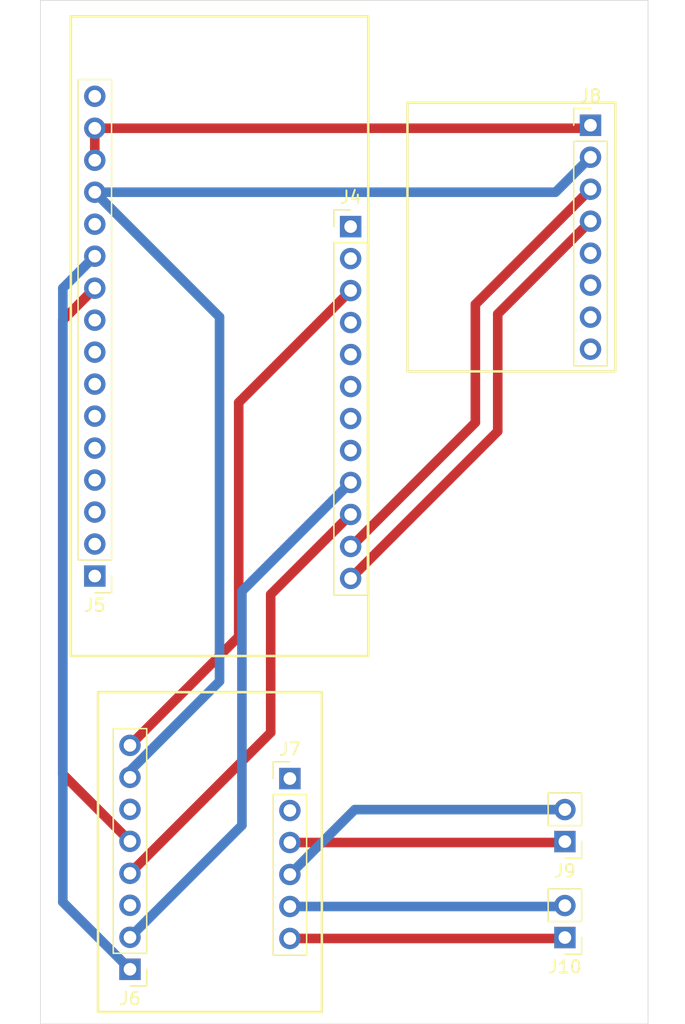
<source format=kicad_pcb>
(kicad_pcb (version 20240108) (generator "pcbnew") (generator_version "8.0")
  (layers (0 "F.Cu" signal) (31 "B.Cu" signal) (34 "B.Paste" user) (35 "F.Paste" user) (36 "B.SilkS" user "B.Silkscreen") (37 "F.SilkS" user "F.Silkscreen") (38 "B.Mask" user) (39 "F.Mask" user) (44 "Edge.Cuts" user))
  (net 0 "")
  (net 1 "+5V")
  (net 2 "SCL")
  (net 3 "GND")
  (net 4 "+3.3V")
  (net 5 "SDA")
  (net 6 "AIN2")
  (net 7 "BIN2")
  (net 8 "AIN1")
  (net 9 "BIN1")
  (net 21 "BOUT2")
  (net 22 "BOUT1")
  (net 23 "AOUT2")
  (net 24 "AOUT1")
  (footprint "Connector_PinHeader_2.54mm:PinHeader_1x16_P2.54mm_Vertical" (layer "F.Cu") (at 31.496 77.47 180)
    (property "Reference" "J5" (at 0 -2.33 0) (layer "F.SilkS"))
    (property "Value" "Conn_01x16_Socket")
    (fp_line (start 1.33 1.27) (end 1.33 39.43) (stroke (width 0.12)) (layer "F.SilkS"))
    (fp_line (start -1.33 39.43) (end 1.33 39.43) (stroke (width 0.12)) (layer "F.SilkS"))
    (fp_line (start -1.33 1.27) (end 1.33 1.27) (stroke (width 0.12)) (layer "F.SilkS"))
    (fp_line (start -1.33 1.27) (end -1.33 39.43) (stroke (width 0.12)) (layer "F.SilkS"))
    (fp_line (start -1.33 0) (end -1.33 -1.33) (stroke (width 0.12)) (layer "F.SilkS"))
    (fp_line (start -1.33 -1.33) (end 0 -1.33) (stroke (width 0.12)) (layer "F.SilkS"))
    (pad "1" thru_hole rect (at 0 0 180) (size 1.7 1.7) (drill 1) (layers "*.Cu" "*.Mask"))
    (pad "2" thru_hole oval (at 0 2.54 180) (size 1.7 1.7) (drill 1) (layers "*.Cu" "*.Mask"))
    (pad "3" thru_hole oval (at 0 5.08 180) (size 1.7 1.7) (drill 1) (layers "*.Cu" "*.Mask"))
    (pad "4" thru_hole oval (at 0 7.62 180) (size 1.7 1.7) (drill 1) (layers "*.Cu" "*.Mask"))
    (pad "5" thru_hole oval (at 0 10.16 180) (size 1.7 1.7) (drill 1) (layers "*.Cu" "*.Mask"))
    (pad "6" thru_hole oval (at 0 12.7 180) (size 1.7 1.7) (drill 1) (layers "*.Cu" "*.Mask"))
    (pad "7" thru_hole oval (at 0 15.24 180) (size 1.7 1.7) (drill 1) (layers "*.Cu" "*.Mask"))
    (pad "8" thru_hole oval (at 0 17.78 180) (size 1.7 1.7) (drill 1) (layers "*.Cu" "*.Mask"))
    (pad "9" thru_hole oval (at 0 20.32 180) (size 1.7 1.7) (drill 1) (layers "*.Cu" "*.Mask"))
    (pad "10" thru_hole oval (at 0 22.86 180) (size 1.7 1.7) (drill 1) (layers "*.Cu" "*.Mask") (net 9 "BIN1"))
    (pad "11" thru_hole oval (at 0 25.4 180) (size 1.7 1.7) (drill 1) (layers "*.Cu" "*.Mask") (net 8 "AIN1"))
    (pad "12" thru_hole oval (at 0 27.94 180) (size 1.7 1.7) (drill 1) (layers "*.Cu" "*.Mask"))
    (pad "13" thru_hole oval (at 0 30.48 180) (size 1.7 1.7) (drill 1) (layers "*.Cu" "*.Mask") (net 3 "GND"))
    (pad "14" thru_hole oval (at 0 33.02 180) (size 1.7 1.7) (drill 1) (layers "*.Cu" "*.Mask") (net 4 "+3.3V"))
    (pad "15" thru_hole oval (at 0 35.56 180) (size 1.7 1.7) (drill 1) (layers "*.Cu" "*.Mask") (net 4 "+3.3V"))
    (pad "16" thru_hole oval (at 0 38.1 180) (size 1.7 1.7) (drill 1) (layers "*.Cu" "*.Mask"))
  )
  (footprint "Connector_PinHeader_2.54mm:PinHeader_1x12_P2.54mm_Vertical" (layer "F.Cu") (at 51.816 49.72)
    (property "Reference" "J4" (at 0 -2.33 0) (layer "F.SilkS"))
    (property "Value" "Conn_01x12_Socket")
    (fp_line (start -1.33 -1.33) (end 0 -1.33) (stroke (width 0.12)) (layer "F.SilkS"))
    (fp_line (start -1.33 0) (end -1.33 -1.33) (stroke (width 0.12)) (layer "F.SilkS"))
    (fp_line (start -1.33 1.27) (end -1.33 29.27) (stroke (width 0.12)) (layer "F.SilkS"))
    (fp_line (start -1.33 1.27) (end 1.33 1.27) (stroke (width 0.12)) (layer "F.SilkS"))
    (fp_line (start -1.33 29.27) (end 1.33 29.27) (stroke (width 0.12)) (layer "F.SilkS"))
    (fp_line (start 1.33 1.27) (end 1.33 29.27) (stroke (width 0.12)) (layer "F.SilkS"))
    (pad "1" thru_hole rect (at 0 0) (size 1.7 1.7) (drill 1) (layers "*.Cu" "*.Mask"))
    (pad "2" thru_hole oval (at 0 2.54) (size 1.7 1.7) (drill 1) (layers "*.Cu" "*.Mask"))
    (pad "3" thru_hole oval (at 0 5.08) (size 1.7 1.7) (drill 1) (layers "*.Cu" "*.Mask") (net 1 "+5V"))
    (pad "4" thru_hole oval (at 0 7.62) (size 1.7 1.7) (drill 1) (layers "*.Cu" "*.Mask"))
    (pad "5" thru_hole oval (at 0 10.16) (size 1.7 1.7) (drill 1) (layers "*.Cu" "*.Mask"))
    (pad "6" thru_hole oval (at 0 12.7) (size 1.7 1.7) (drill 1) (layers "*.Cu" "*.Mask"))
    (pad "7" thru_hole oval (at 0 15.24) (size 1.7 1.7) (drill 1) (layers "*.Cu" "*.Mask"))
    (pad "8" thru_hole oval (at 0 17.78) (size 1.7 1.7) (drill 1) (layers "*.Cu" "*.Mask"))
    (pad "9" thru_hole oval (at 0 20.32) (size 1.7 1.7) (drill 1) (layers "*.Cu" "*.Mask") (net 6 "AIN2"))
    (pad "10" thru_hole oval (at 0 22.86) (size 1.7 1.7) (drill 1) (layers "*.Cu" "*.Mask") (net 7 "BIN2"))
    (pad "11" thru_hole oval (at 0 25.4) (size 1.7 1.7) (drill 1) (layers "*.Cu" "*.Mask") (net 2 "SCL"))
    (pad "12" thru_hole oval (at 0 27.94) (size 1.7 1.7) (drill 1) (layers "*.Cu" "*.Mask") (net 5 "SDA"))
  )
  (footprint "Connector_PinHeader_2.54mm:PinHeader_1x08_P2.54mm_Vertical" (layer "F.Cu") (at 34.29 108.697 180)
    (property "Reference" "J6" (at 0 -2.33 0) (layer "F.SilkS"))
    (property "Value" "Conn_01x08_Socket")
    (fp_line (start 1.33 1.27) (end 1.33 19.11) (stroke (width 0.12)) (layer "F.SilkS"))
    (fp_line (start -1.33 19.11) (end 1.33 19.11) (stroke (width 0.12)) (layer "F.SilkS"))
    (fp_line (start -1.33 1.27) (end 1.33 1.27) (stroke (width 0.12)) (layer "F.SilkS"))
    (fp_line (start -1.33 1.27) (end -1.33 19.11) (stroke (width 0.12)) (layer "F.SilkS"))
    (fp_line (start -1.33 0) (end -1.33 -1.33) (stroke (width 0.12)) (layer "F.SilkS"))
    (fp_line (start -1.33 -1.33) (end 0 -1.33) (stroke (width 0.12)) (layer "F.SilkS"))
    (pad "1" thru_hole rect (at 0 0 180) (size 1.7 1.7) (drill 1) (layers "*.Cu" "*.Mask") (net 8 "AIN1"))
    (pad "2" thru_hole oval (at 0 2.54 180) (size 1.7 1.7) (drill 1) (layers "*.Cu" "*.Mask") (net 6 "AIN2"))
    (pad "3" thru_hole oval (at 0 5.08 180) (size 1.7 1.7) (drill 1) (layers "*.Cu" "*.Mask"))
    (pad "4" thru_hole oval (at 0 7.62 180) (size 1.7 1.7) (drill 1) (layers "*.Cu" "*.Mask") (net 7 "BIN2"))
    (pad "5" thru_hole oval (at 0 10.16 180) (size 1.7 1.7) (drill 1) (layers "*.Cu" "*.Mask") (net 9 "BIN1"))
    (pad "6" thru_hole oval (at 0 12.7 180) (size 1.7 1.7) (drill 1) (layers "*.Cu" "*.Mask"))
    (pad "7" thru_hole oval (at 0 15.24 180) (size 1.7 1.7) (drill 1) (layers "*.Cu" "*.Mask") (net 3 "GND"))
    (pad "8" thru_hole oval (at 0 17.78 180) (size 1.7 1.7) (drill 1) (layers "*.Cu" "*.Mask") (net 1 "+5V"))
  )
  (footprint "Connector_PinHeader_2.54mm:PinHeader_1x06_P2.54mm_Vertical" (layer "F.Cu") (at 46.99 93.551)
    (property "Reference" "J7" (at 0 -2.33 0) (layer "F.SilkS"))
    (property "Value" "Conn_01x06_Socket")
    (fp_line (start -1.33 -1.33) (end 0 -1.33) (stroke (width 0.12)) (layer "F.SilkS"))
    (fp_line (start -1.33 0) (end -1.33 -1.33) (stroke (width 0.12)) (layer "F.SilkS"))
    (fp_line (start -1.33 1.27) (end -1.33 14.03) (stroke (width 0.12)) (layer "F.SilkS"))
    (fp_line (start -1.33 1.27) (end 1.33 1.27) (stroke (width 0.12)) (layer "F.SilkS"))
    (fp_line (start -1.33 14.03) (end 1.33 14.03) (stroke (width 0.12)) (layer "F.SilkS"))
    (fp_line (start 1.33 1.27) (end 1.33 14.03) (stroke (width 0.12)) (layer "F.SilkS"))
    (pad "1" thru_hole rect (at 0 0) (size 1.7 1.7) (drill 1) (layers "*.Cu" "*.Mask"))
    (pad "2" thru_hole oval (at 0 2.54) (size 1.7 1.7) (drill 1) (layers "*.Cu" "*.Mask"))
    (pad "3" thru_hole oval (at 0 5.08) (size 1.7 1.7) (drill 1) (layers "*.Cu" "*.Mask") (net 22 "BOUT1"))
    (pad "4" thru_hole oval (at 0 7.62) (size 1.7 1.7) (drill 1) (layers "*.Cu" "*.Mask") (net 21 "BOUT2"))
    (pad "5" thru_hole oval (at 0 10.16) (size 1.7 1.7) (drill 1) (layers "*.Cu" "*.Mask") (net 23 "AOUT2"))
    (pad "6" thru_hole oval (at 0 12.7) (size 1.7 1.7) (drill 1) (layers "*.Cu" "*.Mask") (net 24 "AOUT1"))
  )
  (footprint "Connector_PinHeader_2.54mm:PinHeader_1x08_P2.54mm_Vertical" (layer "F.Cu") (at 70.866 41.671)
    (property "Reference" "J8" (at 0 -2.33 0) (layer "F.SilkS"))
    (property "Value" "Conn_01x08_Socket")
    (fp_line (start -1.33 -1.33) (end 0 -1.33) (stroke (width 0.12)) (layer "F.SilkS"))
    (fp_line (start -1.33 0) (end -1.33 -1.33) (stroke (width 0.12)) (layer "F.SilkS"))
    (fp_line (start -1.33 1.27) (end -1.33 19.11) (stroke (width 0.12)) (layer "F.SilkS"))
    (fp_line (start -1.33 1.27) (end 1.33 1.27) (stroke (width 0.12)) (layer "F.SilkS"))
    (fp_line (start -1.33 19.11) (end 1.33 19.11) (stroke (width 0.12)) (layer "F.SilkS"))
    (fp_line (start 1.33 1.27) (end 1.33 19.11) (stroke (width 0.12)) (layer "F.SilkS"))
    (pad "1" thru_hole rect (at 0 0) (size 1.7 1.7) (drill 1) (layers "*.Cu" "*.Mask") (net 4 "+3.3V"))
    (pad "2" thru_hole oval (at 0 2.54) (size 1.7 1.7) (drill 1) (layers "*.Cu" "*.Mask") (net 3 "GND"))
    (pad "3" thru_hole oval (at 0 5.08) (size 1.7 1.7) (drill 1) (layers "*.Cu" "*.Mask") (net 2 "SCL"))
    (pad "4" thru_hole oval (at 0 7.62) (size 1.7 1.7) (drill 1) (layers "*.Cu" "*.Mask") (net 5 "SDA"))
    (pad "5" thru_hole oval (at 0 10.16) (size 1.7 1.7) (drill 1) (layers "*.Cu" "*.Mask"))
    (pad "6" thru_hole oval (at 0 12.7) (size 1.7 1.7) (drill 1) (layers "*.Cu" "*.Mask"))
    (pad "7" thru_hole oval (at 0 15.24) (size 1.7 1.7) (drill 1) (layers "*.Cu" "*.Mask"))
    (pad "8" thru_hole oval (at 0 17.78) (size 1.7 1.7) (drill 1) (layers "*.Cu" "*.Mask"))
  )
  (footprint "Connector_PinHeader_2.54mm:PinHeader_1x02_P2.54mm_Vertical" (layer "F.Cu") (at 68.834 106.177 180)
    (property "Reference" "J10" (at 0 -2.33 360) (layer "F.SilkS"))
    (property "Value" "Screw_Terminal_01x02")
    (fp_line (start 1.33 1.27) (end 1.33 3.87) (stroke (width 0.12)) (layer "F.SilkS"))
    (fp_line (start -1.33 3.87) (end 1.33 3.87) (stroke (width 0.12)) (layer "F.SilkS"))
    (fp_line (start -1.33 1.27) (end 1.33 1.27) (stroke (width 0.12)) (layer "F.SilkS"))
    (fp_line (start -1.33 1.27) (end -1.33 3.87) (stroke (width 0.12)) (layer "F.SilkS"))
    (fp_line (start -1.33 0) (end -1.33 -1.33) (stroke (width 0.12)) (layer "F.SilkS"))
    (fp_line (start -1.33 -1.33) (end 0 -1.33) (stroke (width 0.12)) (layer "F.SilkS"))
    (pad "1" thru_hole rect (at 0 0 180) (size 1.7 1.7) (drill 1) (layers "*.Cu" "*.Mask") (net 24 "AOUT1"))
    (pad "2" thru_hole oval (at 0 2.54 180) (size 1.7 1.7) (drill 1) (layers "*.Cu" "*.Mask") (net 23 "AOUT2"))
  )
  (footprint "Connector_PinHeader_2.54mm:PinHeader_1x02_P2.54mm_Vertical" (layer "F.Cu") (at 68.834 98.557 180)
    (property "Reference" "J9" (at 0 -2.33 360) (layer "F.SilkS"))
    (property "Value" "Screw_Terminal_01x02")
    (fp_line (start 1.33 1.27) (end 1.33 3.87) (stroke (width 0.12)) (layer "F.SilkS"))
    (fp_line (start -1.33 3.87) (end 1.33 3.87) (stroke (width 0.12)) (layer "F.SilkS"))
    (fp_line (start -1.33 1.27) (end 1.33 1.27) (stroke (width 0.12)) (layer "F.SilkS"))
    (fp_line (start -1.33 1.27) (end -1.33 3.87) (stroke (width 0.12)) (layer "F.SilkS"))
    (fp_line (start -1.33 0) (end -1.33 -1.33) (stroke (width 0.12)) (layer "F.SilkS"))
    (fp_line (start -1.33 -1.33) (end 0 -1.33) (stroke (width 0.12)) (layer "F.SilkS"))
    (pad "1" thru_hole rect (at 0 0 180) (size 1.7 1.7) (drill 1) (layers "*.Cu" "*.Mask") (net 22 "BOUT1"))
    (pad "2" thru_hole oval (at 0 2.54 180) (size 1.7 1.7) (drill 1) (layers "*.Cu" "*.Mask") (net 21 "BOUT2"))
  )
  (gr_rect (start 29.591 33.02) (end 53.213 83.82) (stroke (width 0.2)) (fill none) (layer "F.SilkS"))
  (gr_rect (start 56.328 39.883) (end 72.838 61.219) (stroke (width 0.2)) (fill none) (layer "F.SilkS"))
  (gr_rect (start 31.75 86.693) (end 49.53 112.093) (stroke (width 0.2)) (fill none) (layer "F.SilkS"))
  (gr_rect (start 27.178 31.75) (end 75.438 113.03) (stroke (width 0.05)) (fill none) (layer "Edge.Cuts"))
  (segment (start 34.29 90.917) (end 42.926 82.281) (width 0.762) (layer "F.Cu") (net 1))
  (segment (start 42.926 63.69) (end 51.816 54.8) (width 0.762) (layer "F.Cu") (net 1))
  (segment (start 42.926 82.281) (end 42.926 63.69) (width 0.762) (layer "F.Cu") (net 1))
  (segment (start 51.88 75.12) (end 61.722 65.278) (width 0.762) (layer "F.Cu") (net 2))
  (segment (start 51.816 75.12) (end 51.88 75.12) (width 0.762) (layer "F.Cu") (net 2))
  (segment (start 61.722 55.895) (end 70.866 46.751) (width 0.762) (layer "F.Cu") (net 2))
  (segment (start 61.722 65.278) (end 61.722 55.895) (width 0.762) (layer "F.Cu") (net 2))
  (segment (start 34.29 92.94074) (end 41.402 85.82874) (width 0.762) (layer "B.Cu") (net 3))
  (segment (start 41.402 85.82874) (end 41.402 56.896) (width 0.762) (layer "B.Cu") (net 3))
  (segment (start 41.402 56.896) (end 31.496 46.99) (width 0.762) (layer "B.Cu") (net 3))
  (segment (start 31.496 46.99) (end 68.087 46.99) (width 0.762) (layer "B.Cu") (net 3))
  (segment (start 68.087 46.99) (end 70.866 44.211) (width 0.762) (layer "B.Cu") (net 3))
  (segment (start 34.29 93.457) (end 34.29 92.94074) (width 0.762) (layer "B.Cu") (net 3))
  (segment (start 31.496 41.91) (end 70.627 41.91) (width 0.762) (layer "F.Cu") (net 4))
  (segment (start 70.627 41.91) (end 70.866 41.671) (width 0.762) (layer "F.Cu") (net 4))
  (segment (start 31.496 44.45) (end 31.496 41.91) (width 0.762) (layer "F.Cu") (net 4))
  (segment (start 63.5 56.657) (end 70.866 49.291) (width 0.762) (layer "F.Cu") (net 5))
  (segment (start 51.816 77.66) (end 63.5 65.976) (width 0.762) (layer "F.Cu") (net 5))
  (segment (start 70.866 49.291) (end 70.542 49.291) (width 0.2) (layer "F.Cu") (net 5))
  (segment (start 63.5 65.976) (end 63.5 56.657) (width 0.762) (layer "F.Cu") (net 5))
  (segment (start 34.29 106.157) (end 43.18 97.267) (width 0.762) (layer "B.Cu") (net 6))
  (segment (start 43.18 78.676) (end 51.816 70.04) (width 0.762) (layer "B.Cu") (net 6))
  (segment (start 43.18 97.267) (end 43.18 78.676) (width 0.762) (layer "B.Cu") (net 6))
  (segment (start 45.466 89.901) (end 45.466 78.93) (width 0.762) (layer "F.Cu") (net 7))
  (segment (start 45.466 78.93) (end 51.816 72.58) (width 0.762) (layer "F.Cu") (net 7))
  (segment (start 34.29 101.077) (end 45.466 89.901) (width 0.762) (layer "F.Cu") (net 7))
  (segment (start 28.956 54.61) (end 31.496 52.07) (width 0.762) (layer "B.Cu") (net 8))
  (segment (start 28.956 103.363) (end 28.956 54.61) (width 0.762) (layer "B.Cu") (net 8))
  (segment (start 34.29 108.697) (end 28.956 103.363) (width 0.762) (layer "B.Cu") (net 8))
  (segment (start 28.956 93.203) (end 28.956 57.15) (width 0.762) (layer "F.Cu") (net 9))
  (segment (start 34.29 98.537) (end 28.956 93.203) (width 0.762) (layer "F.Cu") (net 9))
  (segment (start 28.956 57.15) (end 31.496 54.61) (width 0.762) (layer "F.Cu") (net 9))
  (segment (start 46.99 101.171) (end 52.144 96.017) (width 0.762) (layer "B.Cu") (net 21))
  (segment (start 52.144 96.017) (end 68.834 96.017) (width 0.762) (layer "B.Cu") (net 21))
  (segment (start 46.99 98.631) (end 68.76 98.631) (width 0.762) (layer "F.Cu") (net 22))
  (segment (start 68.76 98.631) (end 68.834 98.557) (width 0.762) (layer "F.Cu") (net 22))
  (segment (start 46.99 103.711) (end 68.76 103.711) (width 0.762) (layer "B.Cu") (net 23))
  (segment (start 68.76 103.711) (end 68.834 103.637) (width 0.762) (layer "B.Cu") (net 23))
  (segment (start 68.76 106.251) (end 68.834 106.177) (width 0.762) (layer "F.Cu") (net 24))
  (segment (start 46.99 106.251) (end 68.76 106.251) (width 0.762) (layer "F.Cu") (net 24))
)
</source>
